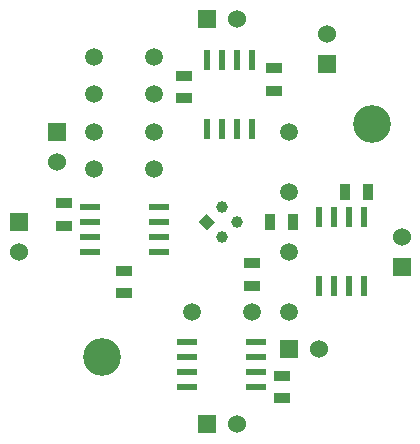
<source format=gbs>
G04 (created by PCBNEW (2013-07-07 BZR 4022)-stable) date 6/29/2014 3:42:37 PM*
%MOIN*%
G04 Gerber Fmt 3.4, Leading zero omitted, Abs format*
%FSLAX34Y34*%
G01*
G70*
G90*
G04 APERTURE LIST*
%ADD10C,0.00590551*%
%ADD11R,0.055X0.035*%
%ADD12R,0.035X0.055*%
%ADD13C,0.059*%
%ADD14R,0.06X0.06*%
%ADD15C,0.06*%
%ADD16C,0.039*%
%ADD17R,0.07X0.019*%
%ADD18R,0.019X0.07*%
%ADD19C,0.125984*%
G04 APERTURE END LIST*
G54D10*
G54D11*
X76500Y-62125D03*
X76500Y-61375D03*
X83750Y-67125D03*
X83750Y-67875D03*
G54D12*
X85875Y-61000D03*
X86625Y-61000D03*
G54D11*
X83500Y-57625D03*
X83500Y-56875D03*
X82750Y-64125D03*
X82750Y-63375D03*
G54D12*
X84125Y-62000D03*
X83375Y-62000D03*
G54D11*
X80500Y-57875D03*
X80500Y-57125D03*
X78500Y-63625D03*
X78500Y-64375D03*
G54D13*
X82750Y-65000D03*
X80750Y-65000D03*
X84000Y-63000D03*
X84000Y-65000D03*
X84000Y-59000D03*
X84000Y-61000D03*
X77500Y-57750D03*
X79500Y-57750D03*
X77500Y-60250D03*
X79500Y-60250D03*
X79500Y-56500D03*
X77500Y-56500D03*
X77500Y-59000D03*
X79500Y-59000D03*
G54D14*
X81250Y-68750D03*
G54D15*
X82250Y-68750D03*
G54D10*
G36*
X81250Y-62275D02*
X80974Y-62000D01*
X81250Y-61724D01*
X81525Y-62000D01*
X81250Y-62275D01*
X81250Y-62275D01*
G37*
G54D16*
X82250Y-62000D03*
X81750Y-61500D03*
X81750Y-62500D03*
G54D14*
X76250Y-59000D03*
G54D15*
X76250Y-60000D03*
G54D14*
X81250Y-55250D03*
G54D15*
X82250Y-55250D03*
G54D14*
X87750Y-63500D03*
G54D15*
X87750Y-62500D03*
G54D14*
X84000Y-66250D03*
G54D15*
X85000Y-66250D03*
G54D17*
X80600Y-67500D03*
X80600Y-67000D03*
X80600Y-66500D03*
X80600Y-66000D03*
X82900Y-66000D03*
X82900Y-66500D03*
X82900Y-67000D03*
X82900Y-67500D03*
G54D18*
X86500Y-64150D03*
X86000Y-64150D03*
X85500Y-64150D03*
X85000Y-64150D03*
X85000Y-61850D03*
X85500Y-61850D03*
X86000Y-61850D03*
X86500Y-61850D03*
X82750Y-58900D03*
X82250Y-58900D03*
X81750Y-58900D03*
X81250Y-58900D03*
X81250Y-56600D03*
X81750Y-56600D03*
X82250Y-56600D03*
X82750Y-56600D03*
G54D17*
X79650Y-61500D03*
X79650Y-62000D03*
X79650Y-62500D03*
X79650Y-63000D03*
X77350Y-63000D03*
X77350Y-62500D03*
X77350Y-62000D03*
X77350Y-61500D03*
G54D19*
X86750Y-58750D03*
X77750Y-66500D03*
G54D14*
X85250Y-56750D03*
G54D15*
X85250Y-55750D03*
G54D14*
X75000Y-62000D03*
G54D15*
X75000Y-63000D03*
M02*

</source>
